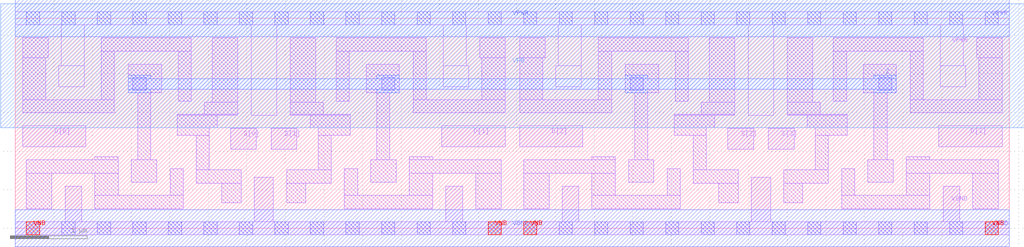
<source format=lef>
# Copyright 2020 The SkyWater PDK Authors
#
# Licensed under the Apache License, Version 2.0 (the "License");
# you may not use this file except in compliance with the License.
# You may obtain a copy of the License at
#
#     https://www.apache.org/licenses/LICENSE-2.0
#
# Unless required by applicable law or agreed to in writing, software
# distributed under the License is distributed on an "AS IS" BASIS,
# WITHOUT WARRANTIES OR CONDITIONS OF ANY KIND, either express or implied.
# See the License for the specific language governing permissions and
# limitations under the License.
#
# SPDX-License-Identifier: Apache-2.0

VERSION 5.7 ;
  NOWIREEXTENSIONATPIN ON ;
  DIVIDERCHAR "/" ;
  BUSBITCHARS "[]" ;
PROPERTYDEFINITIONS
  MACRO maskLayoutSubType STRING ;
  MACRO prCellType STRING ;
  MACRO originalViewName STRING ;
END PROPERTYDEFINITIONS
MACRO sky130_fd_sc_hdll__muxb4to1_2
  CLASS CORE ;
  FOREIGN sky130_fd_sc_hdll__muxb4to1_2 ;
  ORIGIN  0.000000  0.000000 ;
  SIZE  12.88000 BY  2.720000 ;
  SYMMETRY X Y R90 ;
  SITE unithd ;
  PIN D[0]
    ANTENNAGATEAREA  0.555000 ;
    DIRECTION INPUT ;
    USE SIGNAL ;
    PORT
      LAYER li1 ;
        RECT 0.095000 1.055000 0.915000 1.325000 ;
    END
  END D[0]
  PIN D[1]
    ANTENNAGATEAREA  0.555000 ;
    DIRECTION INPUT ;
    USE SIGNAL ;
    PORT
      LAYER li1 ;
        RECT 5.525000 1.055000 6.345000 1.325000 ;
    END
  END D[1]
  PIN D[2]
    ANTENNAGATEAREA  0.555000 ;
    DIRECTION INPUT ;
    USE SIGNAL ;
    PORT
      LAYER li1 ;
        RECT 6.535000 1.055000 7.355000 1.325000 ;
    END
  END D[2]
  PIN D[3]
    ANTENNAGATEAREA  0.555000 ;
    DIRECTION INPUT ;
    USE SIGNAL ;
    PORT
      LAYER li1 ;
        RECT 11.965000 1.055000 12.785000 1.325000 ;
    END
  END D[3]
  PIN S[0]
    ANTENNAGATEAREA  0.414000 ;
    DIRECTION INPUT ;
    USE SIGNAL ;
    PORT
      LAYER li1 ;
        RECT 2.790000 1.025000 3.125000 1.295000 ;
    END
  END S[0]
  PIN S[1]
    ANTENNAGATEAREA  0.414000 ;
    DIRECTION INPUT ;
    USE SIGNAL ;
    PORT
      LAYER li1 ;
        RECT 3.315000 1.025000 3.650000 1.295000 ;
    END
  END S[1]
  PIN S[2]
    ANTENNAGATEAREA  0.414000 ;
    DIRECTION INPUT ;
    USE SIGNAL ;
    PORT
      LAYER li1 ;
        RECT 9.230000 1.025000 9.565000 1.295000 ;
    END
  END S[2]
  PIN S[3]
    ANTENNAGATEAREA  0.414000 ;
    DIRECTION INPUT ;
    USE SIGNAL ;
    PORT
      LAYER li1 ;
        RECT 9.755000 1.025000 10.090000 1.295000 ;
    END
  END S[3]
  PIN VNB
    PORT
      LAYER pwell ;
        RECT 0.145000 -0.085000 0.315000 0.085000 ;
    END
    PORT
      LAYER pwell ;
        RECT 12.565000 -0.085000 12.735000 0.085000 ;
    END
    PORT
      LAYER pwell ;
        RECT 6.125000 -0.085000 6.295000 0.085000 ;
    END
    PORT
      LAYER pwell ;
        RECT 6.585000 -0.085000 6.755000 0.085000 ;
    END
  END VNB
  PIN VPB
    PORT
      LAYER nwell ;
        RECT -0.190000 1.305000 13.070000 2.910000 ;
    END
  END VPB
  PIN Z
    ANTENNADIFFAREA  1.512800 ;
    DIRECTION OUTPUT ;
    USE SIGNAL ;
    PORT
      LAYER met1 ;
        RECT  1.465000 1.755000  1.755000 1.800000 ;
        RECT  1.465000 1.800000 11.415000 1.940000 ;
        RECT  1.465000 1.940000  1.755000 1.985000 ;
        RECT  4.685000 1.755000  4.975000 1.800000 ;
        RECT  4.685000 1.940000  4.975000 1.985000 ;
        RECT  7.905000 1.755000  8.195000 1.800000 ;
        RECT  7.905000 1.940000  8.195000 1.985000 ;
        RECT 11.125000 1.755000 11.415000 1.800000 ;
        RECT 11.125000 1.940000 11.415000 1.985000 ;
    END
  END Z
  PIN VGND
    DIRECTION INOUT ;
    USE GROUND ;
    PORT
      LAYER li1 ;
        RECT  0.000000 -0.085000 12.880000 0.085000 ;
        RECT  0.645000  0.085000  0.860000 0.545000 ;
        RECT  3.095000  0.085000  3.345000 0.660000 ;
        RECT  5.580000  0.085000  5.795000 0.545000 ;
        RECT  7.085000  0.085000  7.300000 0.545000 ;
        RECT  9.535000  0.085000  9.785000 0.660000 ;
        RECT 12.020000  0.085000 12.235000 0.545000 ;
      LAYER mcon ;
        RECT  0.145000 -0.085000  0.315000 0.085000 ;
        RECT  0.605000 -0.085000  0.775000 0.085000 ;
        RECT  1.065000 -0.085000  1.235000 0.085000 ;
        RECT  1.525000 -0.085000  1.695000 0.085000 ;
        RECT  1.985000 -0.085000  2.155000 0.085000 ;
        RECT  2.445000 -0.085000  2.615000 0.085000 ;
        RECT  2.905000 -0.085000  3.075000 0.085000 ;
        RECT  3.365000 -0.085000  3.535000 0.085000 ;
        RECT  3.825000 -0.085000  3.995000 0.085000 ;
        RECT  4.285000 -0.085000  4.455000 0.085000 ;
        RECT  4.745000 -0.085000  4.915000 0.085000 ;
        RECT  5.205000 -0.085000  5.375000 0.085000 ;
        RECT  5.665000 -0.085000  5.835000 0.085000 ;
        RECT  6.125000 -0.085000  6.295000 0.085000 ;
        RECT  6.585000 -0.085000  6.755000 0.085000 ;
        RECT  7.045000 -0.085000  7.215000 0.085000 ;
        RECT  7.505000 -0.085000  7.675000 0.085000 ;
        RECT  7.965000 -0.085000  8.135000 0.085000 ;
        RECT  8.425000 -0.085000  8.595000 0.085000 ;
        RECT  8.885000 -0.085000  9.055000 0.085000 ;
        RECT  9.345000 -0.085000  9.515000 0.085000 ;
        RECT  9.805000 -0.085000  9.975000 0.085000 ;
        RECT 10.265000 -0.085000 10.435000 0.085000 ;
        RECT 10.725000 -0.085000 10.895000 0.085000 ;
        RECT 11.185000 -0.085000 11.355000 0.085000 ;
        RECT 11.645000 -0.085000 11.815000 0.085000 ;
        RECT 12.105000 -0.085000 12.275000 0.085000 ;
        RECT 12.565000 -0.085000 12.735000 0.085000 ;
    END
    PORT
      LAYER met1 ;
        RECT 0.000000 -0.240000 12.880000 0.240000 ;
    END
  END VGND
  PIN VPWR
    DIRECTION INOUT ;
    USE POWER ;
    PORT
      LAYER li1 ;
        RECT  0.000000 2.635000 12.880000 2.805000 ;
        RECT  0.565000 1.835000  0.895000 2.105000 ;
        RECT  0.595000 2.105000  0.895000 2.635000 ;
        RECT  3.055000 1.465000  3.385000 2.635000 ;
        RECT  5.545000 1.835000  5.875000 2.105000 ;
        RECT  5.545000 2.105000  5.845000 2.635000 ;
        RECT  7.005000 1.835000  7.335000 2.105000 ;
        RECT  7.035000 2.105000  7.335000 2.635000 ;
        RECT  9.495000 1.465000  9.825000 2.635000 ;
        RECT 11.985000 1.835000 12.315000 2.105000 ;
        RECT 11.985000 2.105000 12.285000 2.635000 ;
      LAYER mcon ;
        RECT  0.145000 2.635000  0.315000 2.805000 ;
        RECT  0.605000 2.635000  0.775000 2.805000 ;
        RECT  1.065000 2.635000  1.235000 2.805000 ;
        RECT  1.525000 2.635000  1.695000 2.805000 ;
        RECT  1.985000 2.635000  2.155000 2.805000 ;
        RECT  2.445000 2.635000  2.615000 2.805000 ;
        RECT  2.905000 2.635000  3.075000 2.805000 ;
        RECT  3.365000 2.635000  3.535000 2.805000 ;
        RECT  3.825000 2.635000  3.995000 2.805000 ;
        RECT  4.285000 2.635000  4.455000 2.805000 ;
        RECT  4.745000 2.635000  4.915000 2.805000 ;
        RECT  5.205000 2.635000  5.375000 2.805000 ;
        RECT  5.665000 2.635000  5.835000 2.805000 ;
        RECT  6.125000 2.635000  6.295000 2.805000 ;
        RECT  6.585000 2.635000  6.755000 2.805000 ;
        RECT  7.045000 2.635000  7.215000 2.805000 ;
        RECT  7.505000 2.635000  7.675000 2.805000 ;
        RECT  7.965000 2.635000  8.135000 2.805000 ;
        RECT  8.425000 2.635000  8.595000 2.805000 ;
        RECT  8.885000 2.635000  9.055000 2.805000 ;
        RECT  9.345000 2.635000  9.515000 2.805000 ;
        RECT  9.805000 2.635000  9.975000 2.805000 ;
        RECT 10.265000 2.635000 10.435000 2.805000 ;
        RECT 10.725000 2.635000 10.895000 2.805000 ;
        RECT 11.185000 2.635000 11.355000 2.805000 ;
        RECT 11.645000 2.635000 11.815000 2.805000 ;
        RECT 12.105000 2.635000 12.275000 2.805000 ;
        RECT 12.565000 2.635000 12.735000 2.805000 ;
    END
    PORT
      LAYER met1 ;
        RECT 0.000000 2.480000 12.880000 2.960000 ;
    END
  END VPWR
  OBS
    LAYER li1 ;
      RECT  0.095000 1.495000  1.285000 1.665000 ;
      RECT  0.095000 1.665000  0.395000 2.210000 ;
      RECT  0.095000 2.210000  0.425000 2.465000 ;
      RECT  0.145000 0.255000  0.475000 0.715000 ;
      RECT  0.145000 0.715000  1.335000 0.885000 ;
      RECT  1.030000 0.255000  2.175000 0.425000 ;
      RECT  1.030000 0.425000  1.335000 0.715000 ;
      RECT  1.030000 0.885000  1.335000 0.925000 ;
      RECT  1.115000 1.665000  1.285000 2.295000 ;
      RECT  1.115000 2.295000  2.280000 2.465000 ;
      RECT  1.465000 1.755000  1.895000 2.125000 ;
      RECT  1.505000 0.595000  1.835000 0.885000 ;
      RECT  1.585000 0.885000  1.755000 1.755000 ;
      RECT  2.005000 0.425000  2.175000 0.770000 ;
      RECT  2.100000 1.205000  2.515000 1.305000 ;
      RECT  2.100000 1.305000  2.620000 1.465000 ;
      RECT  2.100000 1.465000  2.880000 1.475000 ;
      RECT  2.110000 1.645000  2.280000 2.295000 ;
      RECT  2.345000 0.585000  2.925000 0.755000 ;
      RECT  2.345000 0.755000  2.515000 1.205000 ;
      RECT  2.450000 1.475000  2.880000 1.635000 ;
      RECT  2.550000 1.635000  2.880000 2.465000 ;
      RECT  2.675000 0.330000  2.925000 0.585000 ;
      RECT  3.515000 0.330000  3.765000 0.585000 ;
      RECT  3.515000 0.585000  4.095000 0.755000 ;
      RECT  3.560000 1.465000  4.340000 1.475000 ;
      RECT  3.560000 1.475000  3.990000 1.635000 ;
      RECT  3.560000 1.635000  3.890000 2.465000 ;
      RECT  3.820000 1.305000  4.340000 1.465000 ;
      RECT  3.925000 0.755000  4.095000 1.205000 ;
      RECT  3.925000 1.205000  4.340000 1.305000 ;
      RECT  4.160000 1.645000  4.330000 2.295000 ;
      RECT  4.160000 2.295000  5.325000 2.465000 ;
      RECT  4.265000 0.255000  5.410000 0.425000 ;
      RECT  4.265000 0.425000  4.435000 0.770000 ;
      RECT  4.545000 1.755000  4.975000 2.125000 ;
      RECT  4.605000 0.595000  4.935000 0.885000 ;
      RECT  4.685000 0.885000  4.855000 1.755000 ;
      RECT  5.105000 0.425000  5.410000 0.715000 ;
      RECT  5.105000 0.715000  6.295000 0.885000 ;
      RECT  5.105000 0.885000  5.410000 0.925000 ;
      RECT  5.155000 1.495000  6.345000 1.665000 ;
      RECT  5.155000 1.665000  5.325000 2.295000 ;
      RECT  5.965000 0.255000  6.295000 0.715000 ;
      RECT  6.015000 2.210000  6.345000 2.465000 ;
      RECT  6.045000 1.665000  6.345000 2.210000 ;
      RECT  6.535000 1.495000  7.725000 1.665000 ;
      RECT  6.535000 1.665000  6.835000 2.210000 ;
      RECT  6.535000 2.210000  6.865000 2.465000 ;
      RECT  6.585000 0.255000  6.915000 0.715000 ;
      RECT  6.585000 0.715000  7.775000 0.885000 ;
      RECT  7.470000 0.255000  8.615000 0.425000 ;
      RECT  7.470000 0.425000  7.775000 0.715000 ;
      RECT  7.470000 0.885000  7.775000 0.925000 ;
      RECT  7.555000 1.665000  7.725000 2.295000 ;
      RECT  7.555000 2.295000  8.720000 2.465000 ;
      RECT  7.905000 1.755000  8.335000 2.125000 ;
      RECT  7.945000 0.595000  8.275000 0.885000 ;
      RECT  8.025000 0.885000  8.195000 1.755000 ;
      RECT  8.445000 0.425000  8.615000 0.770000 ;
      RECT  8.540000 1.205000  8.955000 1.305000 ;
      RECT  8.540000 1.305000  9.060000 1.465000 ;
      RECT  8.540000 1.465000  9.320000 1.475000 ;
      RECT  8.550000 1.645000  8.720000 2.295000 ;
      RECT  8.785000 0.585000  9.365000 0.755000 ;
      RECT  8.785000 0.755000  8.955000 1.205000 ;
      RECT  8.890000 1.475000  9.320000 1.635000 ;
      RECT  8.990000 1.635000  9.320000 2.465000 ;
      RECT  9.115000 0.330000  9.365000 0.585000 ;
      RECT  9.955000 0.330000 10.205000 0.585000 ;
      RECT  9.955000 0.585000 10.535000 0.755000 ;
      RECT 10.000000 1.465000 10.780000 1.475000 ;
      RECT 10.000000 1.475000 10.430000 1.635000 ;
      RECT 10.000000 1.635000 10.330000 2.465000 ;
      RECT 10.260000 1.305000 10.780000 1.465000 ;
      RECT 10.365000 0.755000 10.535000 1.205000 ;
      RECT 10.365000 1.205000 10.780000 1.305000 ;
      RECT 10.600000 1.645000 10.770000 2.295000 ;
      RECT 10.600000 2.295000 11.765000 2.465000 ;
      RECT 10.705000 0.255000 11.850000 0.425000 ;
      RECT 10.705000 0.425000 10.875000 0.770000 ;
      RECT 10.985000 1.755000 11.415000 2.125000 ;
      RECT 11.045000 0.595000 11.375000 0.885000 ;
      RECT 11.125000 0.885000 11.295000 1.755000 ;
      RECT 11.545000 0.425000 11.850000 0.715000 ;
      RECT 11.545000 0.715000 12.735000 0.885000 ;
      RECT 11.545000 0.885000 11.850000 0.925000 ;
      RECT 11.595000 1.495000 12.785000 1.665000 ;
      RECT 11.595000 1.665000 11.765000 2.295000 ;
      RECT 12.405000 0.255000 12.735000 0.715000 ;
      RECT 12.455000 2.210000 12.785000 2.465000 ;
      RECT 12.485000 1.665000 12.785000 2.210000 ;
    LAYER mcon ;
      RECT  1.525000 1.785000  1.695000 1.955000 ;
      RECT  4.745000 1.785000  4.915000 1.955000 ;
      RECT  7.965000 1.785000  8.135000 1.955000 ;
      RECT 11.185000 1.785000 11.355000 1.955000 ;
  END
  PROPERTY maskLayoutSubType "abstract" ;
  PROPERTY prCellType "standard" ;
  PROPERTY originalViewName "layout" ;
END sky130_fd_sc_hdll__muxb4to1_2
END LIBRARY

</source>
